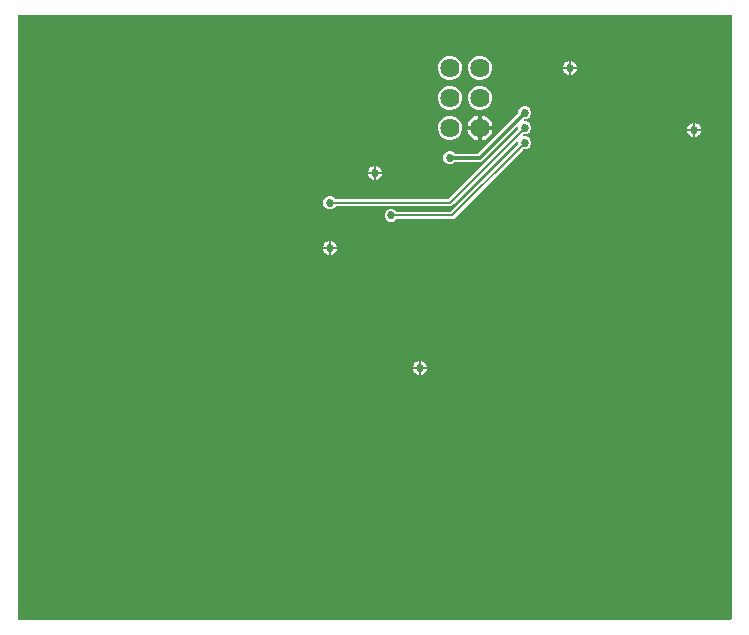
<source format=gbl>
G04 EAGLE Gerber RS-274X export*
G75*
%MOMM*%
%FSLAX34Y34*%
%LPD*%
%INBottom Copper*%
%IPPOS*%
%AMOC8*
5,1,8,0,0,1.08239X$1,22.5*%
G01*
%ADD10C,1.625600*%
%ADD11C,0.685800*%
%ADD12C,0.203200*%
%ADD13C,0.330200*%

G36*
X608607Y7116D02*
X608607Y7116D01*
X608627Y7114D01*
X608728Y7136D01*
X608830Y7152D01*
X608848Y7162D01*
X608867Y7166D01*
X608956Y7219D01*
X609047Y7268D01*
X609061Y7282D01*
X609078Y7292D01*
X609145Y7371D01*
X609217Y7446D01*
X609225Y7464D01*
X609238Y7479D01*
X609277Y7575D01*
X609320Y7669D01*
X609323Y7689D01*
X609330Y7707D01*
X609348Y7874D01*
X609348Y518670D01*
X609345Y518690D01*
X609347Y518709D01*
X609325Y518811D01*
X609309Y518913D01*
X609299Y518930D01*
X609295Y518950D01*
X609242Y519039D01*
X609194Y519130D01*
X609179Y519144D01*
X609169Y519161D01*
X609090Y519228D01*
X609015Y519299D01*
X608997Y519308D01*
X608982Y519321D01*
X608886Y519360D01*
X608792Y519403D01*
X608772Y519405D01*
X608754Y519413D01*
X608587Y519431D01*
X5791Y519431D01*
X5771Y519428D01*
X5752Y519430D01*
X5650Y519408D01*
X5548Y519391D01*
X5531Y519382D01*
X5511Y519378D01*
X5422Y519325D01*
X5331Y519276D01*
X5317Y519262D01*
X5300Y519252D01*
X5233Y519173D01*
X5162Y519098D01*
X5153Y519080D01*
X5140Y519065D01*
X5102Y518969D01*
X5058Y518875D01*
X5056Y518855D01*
X5048Y518837D01*
X5030Y518670D01*
X5030Y7874D01*
X5033Y7854D01*
X5031Y7834D01*
X5053Y7733D01*
X5070Y7631D01*
X5079Y7614D01*
X5083Y7594D01*
X5136Y7505D01*
X5185Y7414D01*
X5199Y7400D01*
X5209Y7383D01*
X5288Y7316D01*
X5363Y7244D01*
X5381Y7236D01*
X5396Y7223D01*
X5493Y7184D01*
X5586Y7141D01*
X5606Y7139D01*
X5624Y7131D01*
X5791Y7113D01*
X608587Y7113D01*
X608607Y7116D01*
G37*
%LPC*%
G36*
X319919Y344093D02*
X319919Y344093D01*
X317911Y344925D01*
X316375Y346461D01*
X315543Y348468D01*
X315543Y350641D01*
X316375Y352649D01*
X317911Y354185D01*
X319919Y355016D01*
X322092Y355016D01*
X324099Y354185D01*
X325356Y352928D01*
X325430Y352875D01*
X325499Y352815D01*
X325530Y352803D01*
X325556Y352785D01*
X325643Y352758D01*
X325728Y352724D01*
X325768Y352719D01*
X325791Y352712D01*
X325823Y352713D01*
X325894Y352705D01*
X371395Y352705D01*
X371485Y352720D01*
X371576Y352727D01*
X371606Y352740D01*
X371638Y352745D01*
X371719Y352788D01*
X371803Y352823D01*
X371835Y352849D01*
X371856Y352860D01*
X371869Y352874D01*
X371871Y352875D01*
X371881Y352886D01*
X371934Y352928D01*
X428604Y409599D01*
X428658Y409673D01*
X428717Y409742D01*
X428729Y409772D01*
X428748Y409799D01*
X428775Y409886D01*
X428809Y409970D01*
X428814Y410011D01*
X428820Y410034D01*
X428820Y410066D01*
X428827Y410137D01*
X428827Y412061D01*
X428816Y412132D01*
X428814Y412203D01*
X428796Y412252D01*
X428788Y412304D01*
X428754Y412367D01*
X428730Y412434D01*
X428697Y412475D01*
X428673Y412521D01*
X428621Y412570D01*
X428576Y412626D01*
X428532Y412655D01*
X428494Y412690D01*
X428429Y412721D01*
X428369Y412759D01*
X428318Y412772D01*
X428271Y412794D01*
X428200Y412802D01*
X428130Y412819D01*
X428078Y412815D01*
X428027Y412821D01*
X427957Y412806D01*
X427885Y412800D01*
X427837Y412780D01*
X427786Y412769D01*
X427725Y412732D01*
X427659Y412704D01*
X427603Y412659D01*
X427575Y412643D01*
X427560Y412625D01*
X427528Y412599D01*
X374061Y359132D01*
X372052Y357123D01*
X274180Y357123D01*
X274090Y357108D01*
X273999Y357101D01*
X273969Y357089D01*
X273937Y357083D01*
X273856Y357041D01*
X273773Y357005D01*
X273740Y356979D01*
X273720Y356968D01*
X273698Y356945D01*
X273642Y356900D01*
X272283Y355542D01*
X270276Y354710D01*
X268103Y354710D01*
X266095Y355542D01*
X264559Y357078D01*
X263727Y359086D01*
X263727Y361258D01*
X264559Y363266D01*
X266095Y364802D01*
X268103Y365634D01*
X270276Y365634D01*
X272283Y364802D01*
X273642Y363444D01*
X273716Y363391D01*
X273785Y363331D01*
X273815Y363319D01*
X273841Y363300D01*
X273928Y363273D01*
X274013Y363239D01*
X274054Y363235D01*
X274076Y363228D01*
X274109Y363229D01*
X274180Y363221D01*
X369211Y363221D01*
X369301Y363235D01*
X369392Y363243D01*
X369422Y363255D01*
X369454Y363260D01*
X369534Y363303D01*
X369618Y363339D01*
X369650Y363365D01*
X369671Y363376D01*
X369693Y363399D01*
X369749Y363444D01*
X428604Y422299D01*
X428658Y422373D01*
X428717Y422442D01*
X428729Y422472D01*
X428748Y422499D01*
X428775Y422586D01*
X428809Y422670D01*
X428814Y422711D01*
X428820Y422734D01*
X428820Y422766D01*
X428827Y422837D01*
X428827Y423863D01*
X428816Y423934D01*
X428814Y424005D01*
X428796Y424054D01*
X428788Y424106D01*
X428754Y424169D01*
X428730Y424236D01*
X428697Y424277D01*
X428673Y424323D01*
X428621Y424372D01*
X428576Y424428D01*
X428532Y424457D01*
X428494Y424492D01*
X428429Y424523D01*
X428369Y424561D01*
X428318Y424574D01*
X428271Y424596D01*
X428200Y424604D01*
X428130Y424621D01*
X428078Y424617D01*
X428027Y424623D01*
X427957Y424608D01*
X427885Y424602D01*
X427837Y424582D01*
X427786Y424571D01*
X427725Y424534D01*
X427659Y424506D01*
X427603Y424461D01*
X427575Y424445D01*
X427560Y424427D01*
X427528Y424401D01*
X400096Y396969D01*
X397715Y394588D01*
X375145Y394588D01*
X375055Y394573D01*
X374964Y394566D01*
X374934Y394554D01*
X374902Y394548D01*
X374821Y394506D01*
X374738Y394470D01*
X374705Y394444D01*
X374685Y394433D01*
X374663Y394410D01*
X374607Y394365D01*
X373883Y393642D01*
X371876Y392810D01*
X369703Y392810D01*
X367695Y393642D01*
X366159Y395178D01*
X365327Y397186D01*
X365327Y399358D01*
X366159Y401366D01*
X367695Y402902D01*
X369703Y403734D01*
X371876Y403734D01*
X373883Y402902D01*
X374607Y402179D01*
X374681Y402126D01*
X374750Y402066D01*
X374780Y402054D01*
X374806Y402035D01*
X374893Y402008D01*
X374978Y401974D01*
X375019Y401970D01*
X375041Y401963D01*
X375074Y401964D01*
X375145Y401956D01*
X394348Y401956D01*
X394438Y401970D01*
X394529Y401978D01*
X394559Y401990D01*
X394591Y401995D01*
X394671Y402038D01*
X394755Y402074D01*
X394787Y402100D01*
X394808Y402111D01*
X394830Y402134D01*
X394886Y402179D01*
X428604Y435897D01*
X428658Y435971D01*
X428717Y436040D01*
X428729Y436070D01*
X428748Y436097D01*
X428775Y436184D01*
X428809Y436268D01*
X428814Y436309D01*
X428820Y436332D01*
X428820Y436364D01*
X428827Y436435D01*
X428827Y437458D01*
X429659Y439466D01*
X431195Y441002D01*
X433203Y441834D01*
X435376Y441834D01*
X437383Y441002D01*
X438919Y439466D01*
X439751Y437458D01*
X439751Y435286D01*
X438919Y433278D01*
X437383Y431742D01*
X435376Y430910D01*
X434352Y430910D01*
X434262Y430896D01*
X434171Y430888D01*
X434142Y430876D01*
X434110Y430870D01*
X434029Y430828D01*
X433945Y430792D01*
X433913Y430766D01*
X433892Y430755D01*
X433870Y430732D01*
X433814Y430687D01*
X433560Y430433D01*
X433518Y430375D01*
X433469Y430323D01*
X433447Y430276D01*
X433416Y430234D01*
X433395Y430165D01*
X433365Y430100D01*
X433359Y430048D01*
X433344Y429998D01*
X433346Y429927D01*
X433338Y429855D01*
X433349Y429805D01*
X433350Y429753D01*
X433375Y429685D01*
X433390Y429615D01*
X433417Y429570D01*
X433435Y429522D01*
X433480Y429466D01*
X433517Y429404D01*
X433556Y429370D01*
X433589Y429330D01*
X433649Y429291D01*
X433703Y429244D01*
X433752Y429225D01*
X433796Y429197D01*
X433865Y429179D01*
X433932Y429152D01*
X434003Y429144D01*
X434034Y429136D01*
X434057Y429138D01*
X434098Y429134D01*
X435376Y429134D01*
X437383Y428302D01*
X438919Y426766D01*
X439751Y424758D01*
X439751Y422586D01*
X438919Y420578D01*
X437383Y419042D01*
X435376Y418210D01*
X433454Y418210D01*
X433364Y418196D01*
X433273Y418188D01*
X433244Y418176D01*
X433212Y418170D01*
X433131Y418128D01*
X433047Y418092D01*
X433015Y418066D01*
X432994Y418055D01*
X432974Y418034D01*
X432972Y418033D01*
X432967Y418028D01*
X432916Y417987D01*
X432662Y417733D01*
X432620Y417675D01*
X432571Y417623D01*
X432549Y417576D01*
X432518Y417534D01*
X432497Y417465D01*
X432467Y417400D01*
X432461Y417348D01*
X432446Y417298D01*
X432448Y417227D01*
X432440Y417155D01*
X432451Y417105D01*
X432452Y417053D01*
X432477Y416985D01*
X432492Y416915D01*
X432519Y416870D01*
X432537Y416822D01*
X432582Y416766D01*
X432619Y416704D01*
X432658Y416670D01*
X432691Y416630D01*
X432751Y416591D01*
X432805Y416544D01*
X432854Y416525D01*
X432898Y416497D01*
X432967Y416479D01*
X433034Y416452D01*
X433105Y416444D01*
X433136Y416436D01*
X433159Y416438D01*
X433200Y416434D01*
X435376Y416434D01*
X437383Y415602D01*
X438919Y414066D01*
X439751Y412058D01*
X439751Y409886D01*
X438919Y407878D01*
X437383Y406342D01*
X435376Y405510D01*
X433454Y405510D01*
X433364Y405495D01*
X433273Y405488D01*
X433244Y405476D01*
X433212Y405470D01*
X433131Y405428D01*
X433047Y405392D01*
X433015Y405366D01*
X432994Y405355D01*
X432972Y405332D01*
X432916Y405287D01*
X374236Y346608D01*
X326097Y346608D01*
X326007Y346593D01*
X325916Y346586D01*
X325887Y346573D01*
X325855Y346568D01*
X325774Y346525D01*
X325690Y346489D01*
X325658Y346464D01*
X325637Y346453D01*
X325615Y346429D01*
X325559Y346385D01*
X324099Y344925D01*
X322092Y344093D01*
X319919Y344093D01*
G37*
%LPD*%
%LPC*%
G36*
X394168Y464311D02*
X394168Y464311D01*
X390434Y465858D01*
X387575Y468716D01*
X386028Y472451D01*
X386028Y476493D01*
X387575Y480228D01*
X390434Y483086D01*
X394168Y484633D01*
X398210Y484633D01*
X401945Y483086D01*
X404803Y480228D01*
X406350Y476493D01*
X406350Y472451D01*
X404803Y468716D01*
X401945Y465858D01*
X398210Y464311D01*
X394168Y464311D01*
G37*
%LPD*%
%LPC*%
G36*
X368768Y464311D02*
X368768Y464311D01*
X365034Y465858D01*
X362175Y468716D01*
X360628Y472451D01*
X360628Y476493D01*
X362175Y480228D01*
X365034Y483086D01*
X368768Y484633D01*
X372810Y484633D01*
X376545Y483086D01*
X379403Y480228D01*
X380950Y476493D01*
X380950Y472451D01*
X379403Y468716D01*
X376545Y465858D01*
X372810Y464311D01*
X368768Y464311D01*
G37*
%LPD*%
%LPC*%
G36*
X394168Y438911D02*
X394168Y438911D01*
X390434Y440458D01*
X387575Y443316D01*
X386028Y447051D01*
X386028Y451093D01*
X387575Y454828D01*
X390434Y457686D01*
X394168Y459233D01*
X398210Y459233D01*
X401945Y457686D01*
X404803Y454828D01*
X406350Y451093D01*
X406350Y447051D01*
X404803Y443316D01*
X401945Y440458D01*
X398210Y438911D01*
X394168Y438911D01*
G37*
%LPD*%
%LPC*%
G36*
X368768Y438911D02*
X368768Y438911D01*
X365034Y440458D01*
X362175Y443316D01*
X360628Y447051D01*
X360628Y451093D01*
X362175Y454828D01*
X365034Y457686D01*
X368768Y459233D01*
X372810Y459233D01*
X376545Y457686D01*
X379403Y454828D01*
X380950Y451093D01*
X380950Y447051D01*
X379403Y443316D01*
X376545Y440458D01*
X372810Y438911D01*
X368768Y438911D01*
G37*
%LPD*%
%LPC*%
G36*
X368768Y413511D02*
X368768Y413511D01*
X365034Y415058D01*
X362175Y417916D01*
X360628Y421651D01*
X360628Y425693D01*
X362175Y429428D01*
X365034Y432286D01*
X368768Y433833D01*
X372810Y433833D01*
X376545Y432286D01*
X379403Y429428D01*
X380950Y425693D01*
X380950Y421651D01*
X379403Y417916D01*
X376545Y415058D01*
X372810Y413511D01*
X368768Y413511D01*
G37*
%LPD*%
%LPC*%
G36*
X397712Y425195D02*
X397712Y425195D01*
X397712Y434232D01*
X398687Y434078D01*
X400285Y433559D01*
X401781Y432797D01*
X403139Y431810D01*
X404327Y430622D01*
X405314Y429264D01*
X406076Y427767D01*
X406595Y426170D01*
X406750Y425195D01*
X397712Y425195D01*
G37*
%LPD*%
%LPC*%
G36*
X385629Y425195D02*
X385629Y425195D01*
X385783Y426170D01*
X386302Y427767D01*
X387064Y429264D01*
X388052Y430622D01*
X389239Y431810D01*
X390598Y432797D01*
X392094Y433559D01*
X393691Y434078D01*
X394666Y434232D01*
X394666Y425195D01*
X385629Y425195D01*
G37*
%LPD*%
%LPC*%
G36*
X397712Y422149D02*
X397712Y422149D01*
X406750Y422149D01*
X406595Y421174D01*
X406076Y419577D01*
X405314Y418080D01*
X404327Y416722D01*
X403139Y415534D01*
X401781Y414547D01*
X400285Y413785D01*
X398687Y413266D01*
X397712Y413111D01*
X397712Y422149D01*
G37*
%LPD*%
%LPC*%
G36*
X393691Y413266D02*
X393691Y413266D01*
X392094Y413785D01*
X390598Y414547D01*
X389239Y415534D01*
X388052Y416722D01*
X387064Y418080D01*
X386302Y419577D01*
X385783Y421174D01*
X385629Y422149D01*
X394666Y422149D01*
X394666Y413111D01*
X393691Y413266D01*
G37*
%LPD*%
%LPC*%
G36*
X473341Y475424D02*
X473341Y475424D01*
X473341Y480369D01*
X474130Y480212D01*
X475217Y479762D01*
X476195Y479109D01*
X477026Y478278D01*
X477680Y477300D01*
X478130Y476213D01*
X478287Y475424D01*
X473341Y475424D01*
G37*
%LPD*%
%LPC*%
G36*
X578548Y422998D02*
X578548Y422998D01*
X578548Y427944D01*
X579337Y427787D01*
X580424Y427337D01*
X581402Y426683D01*
X582233Y425852D01*
X582886Y424874D01*
X583336Y423788D01*
X583493Y422998D01*
X578548Y422998D01*
G37*
%LPD*%
%LPC*%
G36*
X308241Y386524D02*
X308241Y386524D01*
X308241Y391469D01*
X309030Y391312D01*
X310117Y390862D01*
X311095Y390209D01*
X311926Y389378D01*
X312580Y388400D01*
X313030Y387313D01*
X313187Y386524D01*
X308241Y386524D01*
G37*
%LPD*%
%LPC*%
G36*
X270141Y323024D02*
X270141Y323024D01*
X270141Y327969D01*
X270930Y327812D01*
X272017Y327362D01*
X272995Y326709D01*
X273826Y325878D01*
X274480Y324900D01*
X274930Y323813D01*
X275087Y323024D01*
X270141Y323024D01*
G37*
%LPD*%
%LPC*%
G36*
X346341Y221424D02*
X346341Y221424D01*
X346341Y226369D01*
X347130Y226212D01*
X348217Y225762D01*
X349195Y225109D01*
X350026Y224278D01*
X350680Y223300D01*
X351130Y222213D01*
X351287Y221424D01*
X346341Y221424D01*
G37*
%LPD*%
%LPC*%
G36*
X466492Y475424D02*
X466492Y475424D01*
X466649Y476213D01*
X467099Y477300D01*
X467752Y478278D01*
X468584Y479109D01*
X469561Y479762D01*
X470648Y480212D01*
X471437Y480369D01*
X471437Y475424D01*
X466492Y475424D01*
G37*
%LPD*%
%LPC*%
G36*
X473341Y473520D02*
X473341Y473520D01*
X478287Y473520D01*
X478130Y472731D01*
X477680Y471644D01*
X477026Y470666D01*
X476195Y469835D01*
X475217Y469182D01*
X474130Y468732D01*
X473341Y468575D01*
X473341Y473520D01*
G37*
%LPD*%
%LPC*%
G36*
X571699Y422998D02*
X571699Y422998D01*
X571856Y423788D01*
X572306Y424874D01*
X572959Y425852D01*
X573790Y426683D01*
X574768Y427337D01*
X575855Y427787D01*
X576644Y427944D01*
X576644Y422998D01*
X571699Y422998D01*
G37*
%LPD*%
%LPC*%
G36*
X578548Y421095D02*
X578548Y421095D01*
X583493Y421095D01*
X583336Y420305D01*
X582886Y419219D01*
X582233Y418241D01*
X581402Y417409D01*
X580424Y416756D01*
X579337Y416306D01*
X578548Y416149D01*
X578548Y421095D01*
G37*
%LPD*%
%LPC*%
G36*
X301392Y386524D02*
X301392Y386524D01*
X301549Y387313D01*
X301999Y388400D01*
X302652Y389378D01*
X303484Y390209D01*
X304461Y390862D01*
X305548Y391312D01*
X306337Y391469D01*
X306337Y386524D01*
X301392Y386524D01*
G37*
%LPD*%
%LPC*%
G36*
X308241Y384620D02*
X308241Y384620D01*
X313187Y384620D01*
X313030Y383831D01*
X312580Y382744D01*
X311926Y381766D01*
X311095Y380935D01*
X310117Y380282D01*
X309030Y379832D01*
X308241Y379675D01*
X308241Y384620D01*
G37*
%LPD*%
%LPC*%
G36*
X263292Y323024D02*
X263292Y323024D01*
X263449Y323813D01*
X263899Y324900D01*
X264552Y325878D01*
X265384Y326709D01*
X266361Y327362D01*
X267448Y327812D01*
X268237Y327969D01*
X268237Y323024D01*
X263292Y323024D01*
G37*
%LPD*%
%LPC*%
G36*
X270141Y321120D02*
X270141Y321120D01*
X275087Y321120D01*
X274930Y320331D01*
X274480Y319244D01*
X273826Y318266D01*
X272995Y317435D01*
X272017Y316782D01*
X270930Y316332D01*
X270141Y316175D01*
X270141Y321120D01*
G37*
%LPD*%
%LPC*%
G36*
X339492Y221424D02*
X339492Y221424D01*
X339649Y222213D01*
X340099Y223300D01*
X340752Y224278D01*
X341584Y225109D01*
X342561Y225762D01*
X343648Y226212D01*
X344437Y226369D01*
X344437Y221424D01*
X339492Y221424D01*
G37*
%LPD*%
%LPC*%
G36*
X346341Y219520D02*
X346341Y219520D01*
X351287Y219520D01*
X351130Y218731D01*
X350680Y217644D01*
X350026Y216666D01*
X349195Y215835D01*
X348217Y215182D01*
X347130Y214732D01*
X346341Y214575D01*
X346341Y219520D01*
G37*
%LPD*%
%LPC*%
G36*
X470648Y468732D02*
X470648Y468732D01*
X469561Y469182D01*
X468584Y469835D01*
X467752Y470666D01*
X467099Y471644D01*
X466649Y472731D01*
X466492Y473520D01*
X471437Y473520D01*
X471437Y468575D01*
X470648Y468732D01*
G37*
%LPD*%
%LPC*%
G36*
X575855Y416306D02*
X575855Y416306D01*
X574768Y416756D01*
X573790Y417409D01*
X572959Y418241D01*
X572306Y419219D01*
X571856Y420305D01*
X571699Y421095D01*
X576644Y421095D01*
X576644Y416149D01*
X575855Y416306D01*
G37*
%LPD*%
%LPC*%
G36*
X305548Y379832D02*
X305548Y379832D01*
X304461Y380282D01*
X303484Y380935D01*
X302652Y381766D01*
X301999Y382744D01*
X301549Y383831D01*
X301392Y384620D01*
X306337Y384620D01*
X306337Y379675D01*
X305548Y379832D01*
G37*
%LPD*%
%LPC*%
G36*
X267448Y316332D02*
X267448Y316332D01*
X266361Y316782D01*
X265384Y317435D01*
X264552Y318266D01*
X263899Y319244D01*
X263449Y320331D01*
X263292Y321120D01*
X268237Y321120D01*
X268237Y316175D01*
X267448Y316332D01*
G37*
%LPD*%
%LPC*%
G36*
X343648Y214732D02*
X343648Y214732D01*
X342561Y215182D01*
X341584Y215835D01*
X340752Y216666D01*
X340099Y217644D01*
X339649Y218731D01*
X339492Y219520D01*
X344437Y219520D01*
X344437Y214575D01*
X343648Y214732D01*
G37*
%LPD*%
%LPC*%
G36*
X396188Y423671D02*
X396188Y423671D01*
X396188Y423673D01*
X396190Y423673D01*
X396190Y423671D01*
X396188Y423671D01*
G37*
%LPD*%
D10*
X370789Y449072D03*
X396189Y449072D03*
X396189Y474472D03*
X370789Y474472D03*
X370789Y423672D03*
X396189Y423672D03*
D11*
X434289Y410972D03*
D12*
X372974Y349656D01*
X321107Y349656D01*
X321005Y349555D01*
D11*
X321005Y349555D03*
X434289Y423672D03*
D12*
X370789Y360172D01*
X269189Y360172D01*
D11*
X269189Y360172D03*
X472389Y474472D03*
X345389Y220472D03*
X269189Y322072D03*
X307289Y385572D03*
X577596Y422046D03*
X370789Y398272D03*
D13*
X396189Y398272D02*
X434289Y436372D01*
X396189Y398272D02*
X370789Y398272D01*
D11*
X434289Y436372D03*
M02*

</source>
